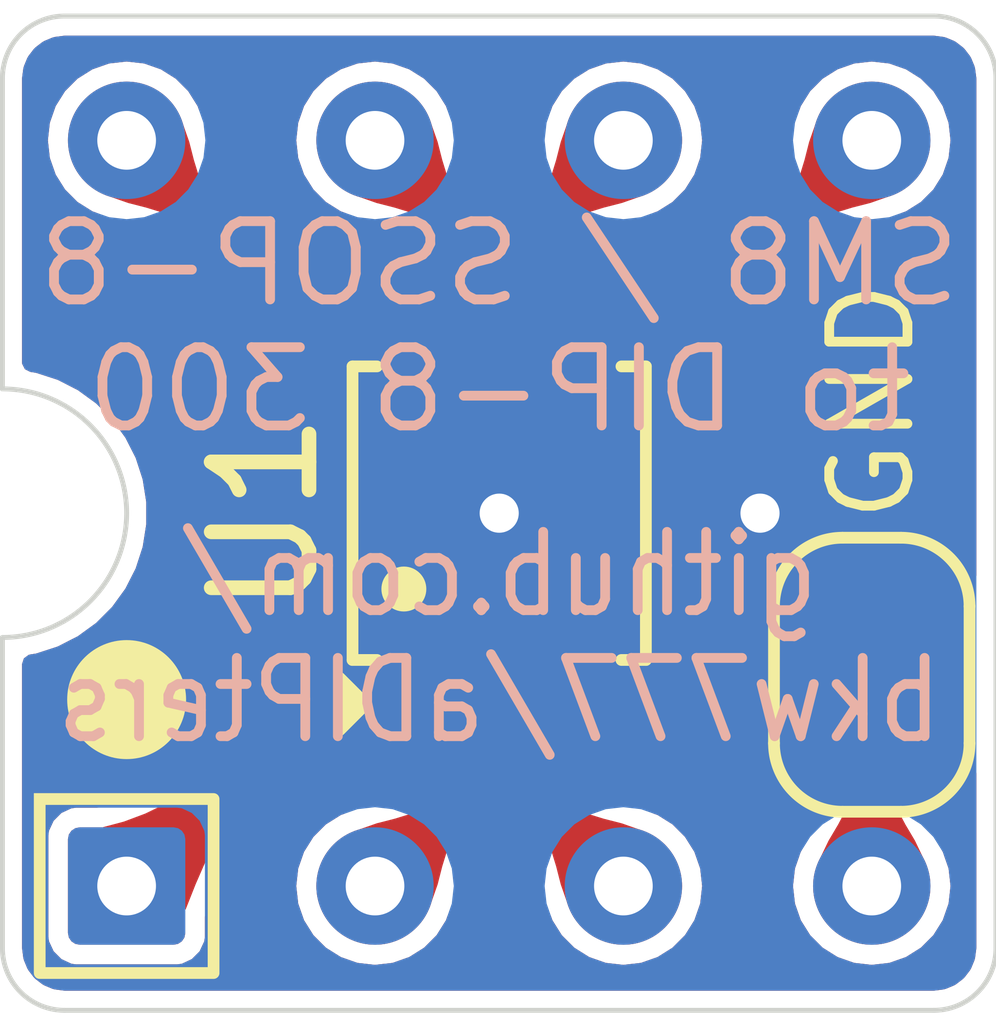
<source format=kicad_pcb>
(kicad_pcb (version 20240108) (generator "pcbnew") (generator_version "8.0")
  (title_block (title "DS1x00 SOIC8 to DS1000 DIP14 adapter") (date "2023-08-07") (rev "003") (company "Bran. K. White - b.kenyon.w@gmail.com"))
  (layers (0 "F.Cu" signal) (31 "B.Cu" signal) (34 "B.Paste" user) (35 "F.Paste" user) (36 "B.SilkS" user "B.Silkscreen") (37 "F.SilkS" user "F.Silkscreen") (38 "B.Mask" user) (39 "F.Mask" user) (44 "Edge.Cuts" user))
  (net 0 "")
  (net 1 "/P8")
  (net 2 "/P3")
  (net 3 "/P2")
  (net 4 "/P1")
  (net 5 "/P5")
  (net 6 "/P7")
  (net 7 "/P6")
  (net 8 "/P4")
  (net 9 "GND")
  (footprint "000_LOCAL:SolderJumper-2_P1.3mm_Open_RoundedPad1.0x1.5mm" (layer "F.Cu") (at 139.84 105.461 90)
    (property "Reference" "JP1" (hide yes))
    (property "Value" "GND" (at 2.794 0 90) (layer "F.SilkS") (effects (font (size 0.8 0.8) (thickness 0.1))))
    (fp_line (start -0.7 -1) (end 0.7 -1) (stroke (width 0.12)) (layer "F.SilkS"))
    (fp_line (start 1.4 -0.300001) (end 1.4 0.300001) (stroke (width 0.12)) (layer "F.SilkS"))
    (fp_line (start -1.4 0.300001) (end -1.4 -0.300001) (stroke (width 0.12)) (layer "F.SilkS"))
    (fp_line (start 0.7 1) (end -0.7 1) (stroke (width 0.12)) (layer "F.SilkS"))
    (fp_arc (start 0.7 -1) (mid 1.194974 -0.794975) (end 1.4 -0.300001) (stroke (width 0.12)) (layer "F.SilkS"))
    (fp_arc (start -1.4 -0.300001) (mid -1.194975 -0.794975) (end -0.7 -1) (stroke (width 0.12)) (layer "F.SilkS"))
    (fp_arc (start 1.4 0.300001) (mid 1.194974 0.794975) (end 0.7 1) (stroke (width 0.12)) (layer "F.SilkS"))
    (fp_arc (start -0.7 1) (mid -1.194975 0.794975) (end -1.4 0.300001) (stroke (width 0.12)) (layer "F.SilkS"))
    (pad "1" smd custom (at -0.649999 0 90) (size 1 0.5) (layers "F.Cu" "F.Mask") (net 8 "/P4") (options (clearance outline) (anchor rect)) (primitives (gr_circle (center 0 0.25) (end 0.5 0.25) (width 0) (fill yes)) (gr_circle (center 0 -0.25) (end 0.5 -0.25) (width 0) (fill yes)) (gr_poly (pts (xy 0.5 0.75) (xy 0 0.75) (xy 0 -0.75) (xy 0.5 -0.75)) (width 0) (fill yes))))
    (pad "2" smd custom (at 0.649999 0 90) (size 1 0.5) (layers "F.Cu" "F.Mask") (net 9 "GND") (options (clearance outline) (anchor rect)) (primitives (gr_circle (center 0 0.25) (end 0.5 0.25) (width 0) (fill yes)) (gr_circle (center 0 -0.25) (end 0.5 -0.25) (width 0) (fill yes)) (gr_poly (pts (xy 0 0.75) (xy -0.5 0.75) (xy -0.5 -0.75) (xy 0 -0.75)) (width 0) (fill yes))))
  )
  (footprint "000_LOCAL:DIP8_0.3_pcb_sil_pins" (layer "F.Cu") (at 136.03 103.81 90)
    (property "Reference" "J1" (hide yes))
    (property "Value" "DIP-8" (hide yes))
    (fp_circle (center -1.905 -3.81) (end -1.397 -3.81) (stroke (width 0.2)) (fill solid) (layer "F.SilkS"))
    (pad "1" thru_hole roundrect (at -3.81 -3.81 90) (size 1.2 1.2) (drill 0.6) (layers "*.Cu" "*.Mask") (roundrect_rratio 0.1) (net 4 "/P1"))
    (pad "2" thru_hole circle (at -3.81 -1.27 90) (size 1.2 1.2) (drill 0.6) (layers "*.Cu" "*.Mask") (net 3 "/P2"))
    (pad "3" thru_hole circle (at -3.81 1.27 90) (size 1.2 1.2) (drill 0.6) (layers "*.Cu" "*.Mask") (net 2 "/P3"))
    (pad "4" thru_hole circle (at -3.81 3.81 90) (size 1.2 1.2) (drill 0.6) (layers "*.Cu" "*.Mask") (net 8 "/P4"))
    (pad "5" thru_hole circle (at 3.81 3.81 90) (size 1.2 1.2) (drill 0.6) (layers "*.Cu" "*.Mask") (net 5 "/P5"))
    (pad "6" thru_hole circle (at 3.81 1.27 90) (size 1.2 1.2) (drill 0.6) (layers "*.Cu" "*.Mask") (net 7 "/P6"))
    (pad "7" thru_hole circle (at 3.81 -1.27 90) (size 1.2 1.2) (drill 0.6) (layers "*.Cu" "*.Mask") (net 6 "/P7"))
    (pad "8" thru_hole circle (at 3.81 -3.81 90) (size 1.2 1.2) (drill 0.6) (layers "*.Cu" "*.Mask") (net 1 "/P8"))
  )
  (footprint "000_LOCAL:SSOP-8_2.95x2.8x0.65" (layer "F.Cu") (at 136.03 103.81 90)
    (property "Reference" "U1" (at 0 -2.4 90) (layer "F.SilkS"))
    (property "Value" "SM8/SSOP-8")
    (fp_line (start 1.5 -1.5) (end -1.5 -1.5) (stroke (width 0.12)) (layer "F.SilkS"))
    (fp_line (start 1.5 -1.25) (end 1.5 -1.5) (stroke (width 0.12)) (layer "F.SilkS"))
    (fp_line (start -1.5 -1.25) (end -1.5 -1.5) (stroke (width 0.12)) (layer "F.SilkS"))
    (fp_line (start 1.5 1.5) (end 1.5 1.25) (stroke (width 0.12)) (layer "F.SilkS"))
    (fp_line (start 1.5 1.5) (end -1.5 1.5) (stroke (width 0.12)) (layer "F.SilkS"))
    (fp_line (start -1.5 1.5) (end -1.5 1.25) (stroke (width 0.12)) (layer "F.SilkS"))
    (fp_circle (center -0.775 -0.975) (end -0.595395 -0.975) (stroke (width 0.1)) (fill solid) (layer "F.SilkS"))
    (fp_poly (pts (xy -2.225 -1.625) (xy -1.95 -1.35) (xy -1.675 -1.625)) (stroke (width 0.1)) (fill solid) (layer "F.SilkS"))
    (pad "1" smd roundrect (at -1.8 -0.975) (size 0.4 1.1) (layers "F.Cu" "F.Paste" "F.Mask") (net 4 "/P1"))
    (pad "2" smd roundrect (at -1.8 -0.325) (size 0.4 1.1) (layers "F.Cu" "F.Paste" "F.Mask") (net 3 "/P2"))
    (pad "3" smd roundrect (at -1.8 0.325) (size 0.4 1.1) (layers "F.Cu" "F.Paste" "F.Mask") (net 2 "/P3"))
    (pad "4" smd roundrect (at -1.8 0.975) (size 0.4 1.1) (layers "F.Cu" "F.Paste" "F.Mask") (net 8 "/P4"))
    (pad "5" smd roundrect (at 1.8 0.975) (size 0.4 1.1) (layers "F.Cu" "F.Paste" "F.Mask") (net 5 "/P5"))
    (pad "6" smd roundrect (at 1.8 0.325) (size 0.4 1.1) (layers "F.Cu" "F.Paste" "F.Mask") (net 7 "/P6"))
    (pad "7" smd roundrect (at 1.8 -0.325) (size 0.4 1.1) (layers "F.Cu" "F.Paste" "F.Mask") (net 6 "/P7"))
    (pad "8" smd roundrect (at 1.8 -0.975) (size 0.4 1.1) (layers "F.Cu" "F.Paste" "F.Mask") (net 1 "/P8"))
  )
  (gr_poly (pts (xy 139.459 106.4516) (xy 140.221 106.4516) (xy 139.84 106.8326)) (stroke (width 0.2)) (fill solid) (layer "F.Cu") (net 8))
  (gr_rect (start 131.331 106.731) (end 133.109 108.509) (stroke (width 0.12)) (fill none) (layer "F.SilkS"))
  (gr_line (start 131.585 98.73) (end 140.475 98.73) (stroke (width 0.05)) (layer "Edge.Cuts"))
  (gr_line (start 140.475 108.89) (end 131.585 108.89) (stroke (width 0.05)) (layer "Edge.Cuts"))
  (gr_line (start 141.11 108.255) (end 141.11 99.365) (stroke (width 0.05)) (layer "Edge.Cuts"))
  (gr_arc (start 140.475 98.73) (mid 140.924013 98.915987) (end 141.11 99.365) (stroke (width 0.05)) (layer "Edge.Cuts"))
  (gr_arc (start 130.95 99.365) (mid 131.135987 98.915987) (end 131.585 98.73) (stroke (width 0.05)) (layer "Edge.Cuts"))
  (gr_arc (start 141.11 108.255) (mid 140.924013 108.704013) (end 140.475 108.89) (stroke (width 0.05)) (layer "Edge.Cuts"))
  (gr_line (start 130.95 105.08) (end 130.95 108.255) (stroke (width 0.05)) (layer "Edge.Cuts"))
  (gr_line (start 130.95 102.54) (end 130.95 99.365) (stroke (width 0.05)) (layer "Edge.Cuts"))
  (gr_arc (start 131.585 108.89) (mid 131.135987 108.704013) (end 130.95 108.255) (stroke (width 0.05)) (layer "Edge.Cuts"))
  (gr_arc (start 130.95 102.54) (mid 132.22 103.81) (end 130.95 105.08) (stroke (width 0.05)) (layer "Edge.Cuts"))
  (gr_text "SM8 / SSOP-8\nto DIP-8 300" (at 136.03 101.905 0) (layer "B.SilkS") (effects (font (size 0.8 0.8) (thickness 0.1)) (justify mirror)))
  (gr_text "github.com/\nbkw777/aDIPters" (at 136.03 105.08 0) (layer "B.SilkS") (effects (font (size 0.8 0.7) (thickness 0.1)) (justify mirror)))
  (segment (start 132.22 100) (end 133.88 101.66) (width 0.4) (layer "F.Cu") (net 1))
  (segment (start 133.88 101.66) (end 135.055 101.66) (width 0.4) (layer "F.Cu") (net 1))
  (segment (start 135.055 101.66) (end 135.055 102.01) (width 0.4) (layer "F.Cu") (net 1))
  (segment (start 136.355 106.675) (end 137.3 107.62) (width 0.4) (layer "F.Cu") (net 2))
  (segment (start 136.355 105.61) (end 136.355 106.675) (width 0.4) (layer "F.Cu") (net 2))
  (segment (start 135.705 106.675) (end 134.76 107.62) (width 0.4) (layer "F.Cu") (net 3))
  (segment (start 135.705 105.61) (end 135.705 106.675) (width 0.4) (layer "F.Cu") (net 3))
  (segment (start 135.055 105.61) (end 135.055 105.96) (width 0.4) (layer "F.Cu") (net 4))
  (segment (start 135.055 105.96) (end 133.88 105.96) (width 0.4) (layer "F.Cu") (net 4))
  (segment (start 133.88 105.96) (end 132.22 107.62) (width 0.4) (layer "F.Cu") (net 4))
  (segment (start 139.84 100) (end 138.18 101.66) (width 0.4) (layer "F.Cu") (net 5))
  (segment (start 138.18 101.66) (end 137.005 101.66) (width 0.4) (layer "F.Cu") (net 5))
  (segment (start 137.005 101.66) (end 137.005 102.01) (width 0.4) (layer "F.Cu") (net 5))
  (segment (start 135.705 100.945) (end 134.76 100) (width 0.4) (layer "F.Cu") (net 6))
  (segment (start 135.705 102.01) (end 135.705 100.945) (width 0.4) (layer "F.Cu") (net 6))
  (segment (start 136.355 100.945) (end 137.3 100) (width 0.4) (layer "F.Cu") (net 7))
  (segment (start 136.355 102.01) (end 136.355 100.945) (width 0.4) (layer "F.Cu") (net 7))
  (segment (start 137.005 105.96) (end 139.689001 105.96) (width 0.4) (layer "F.Cu") (net 8))
  (segment (start 139.689001 105.96) (end 139.84 106.110999) (width 0.4) (layer "F.Cu") (net 8))
  (segment (start 137.005 105.61) (end 137.005 105.96) (width 0.4) (layer "F.Cu") (net 8))
  (segment (start 139.84 107.62) (end 139.84 106.110999) (width 0.4) (layer "F.Cu") (net 8))
  (via (at 138.697 103.81) (size 0.6) (drill 0.4) (layers "F.Cu" "B.Cu") (net 9))
  (via (at 136.03 103.81) (size 0.6) (drill 0.4) (layers "F.Cu" "B.Cu") (net 9))
  (zone (net 9) (net_name "GND") (layers "F&B.Cu") (connect_pads (clearance 0.2)) (min_thickness 0.2) (fill yes (thermal_gap 0.2) (thermal_bridge_width 0.4) (smoothing fillet) (radius 0.1))
    (polygon (pts (xy 141.11 108.89) (xy 130.95 108.89) (xy 130.95 98.73) (xy 141.11 98.73)))
  )
)
</source>
